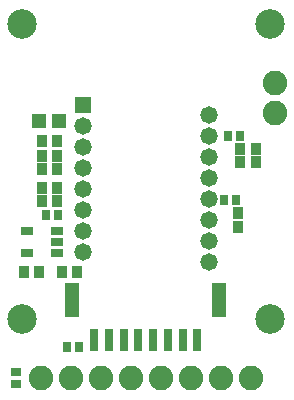
<source format=gbr>
G04 EAGLE Gerber RS-274X export*
G75*
%MOMM*%
%FSLAX34Y34*%
%LPD*%
%INSoldermask Top*%
%IPPOS*%
%AMOC8*
5,1,8,0,0,1.08239X$1,22.5*%
G01*
G04 Define Apertures*
%ADD10C,2.503200*%
%ADD11R,1.303200X1.203200*%
%ADD12R,0.903200X1.103200*%
%ADD13C,2.082800*%
%ADD14R,0.803200X0.903200*%
%ADD15R,1.473200X1.473200*%
%ADD16C,1.473200*%
%ADD17R,1.003300X0.660400*%
%ADD18R,0.803200X1.903200*%
%ADD19R,1.203200X3.003200*%
%ADD20R,0.943200X1.128200*%
%ADD21R,0.903200X0.803200*%
D10*
X-105000Y-125000D03*
X105000Y-125000D03*
X105000Y125000D03*
X-105000Y125000D03*
D11*
X-73130Y42560D03*
X-90130Y42560D03*
D12*
X-75130Y26050D03*
X-88130Y26050D03*
X-75130Y-25210D03*
X-88130Y-25210D03*
X-75130Y-13780D03*
X-88130Y-13780D03*
X-71270Y-84918D03*
X-58270Y-84918D03*
X-90114Y-84818D03*
X-103114Y-84818D03*
X-75130Y1920D03*
X-88130Y1920D03*
X-75130Y13350D03*
X-88130Y13350D03*
D13*
X-88900Y-175000D03*
X-63500Y-175000D03*
X-38100Y-175000D03*
X-12700Y-175000D03*
X12700Y-175000D03*
X38100Y-175000D03*
X63500Y-175000D03*
X88900Y-175000D03*
D14*
X-84286Y-37028D03*
X-74286Y-37028D03*
D15*
X-53594Y56642D03*
D16*
X-53594Y38842D03*
X-53594Y21042D03*
X-53594Y3242D03*
X-53594Y-14558D03*
X-53594Y-32358D03*
X-53594Y-50158D03*
X-53594Y-67958D03*
X53340Y47752D03*
X53340Y29952D03*
X53340Y12152D03*
X53340Y-5648D03*
X53340Y-23448D03*
X53340Y-41248D03*
X53340Y-59048D03*
X53340Y-76848D03*
D17*
X-75170Y-69346D03*
X-75170Y-59846D03*
X-75170Y-50346D03*
X-100696Y-50346D03*
X-100696Y-69346D03*
D14*
X69470Y30346D03*
X79470Y30346D03*
X-66374Y-148500D03*
X-56374Y-148500D03*
D12*
X79970Y7780D03*
X92970Y7780D03*
X79946Y19322D03*
X92946Y19322D03*
D14*
X66021Y-24177D03*
X76021Y-24177D03*
D18*
X6250Y-142656D03*
X18750Y-142656D03*
X31250Y-142656D03*
X43750Y-142656D03*
X-6250Y-142656D03*
X-18750Y-142656D03*
X-31250Y-142656D03*
X-43750Y-142656D03*
D19*
X62250Y-109156D03*
X-62250Y-109156D03*
D13*
X109602Y74768D03*
X109602Y49368D03*
D20*
X78245Y-35000D03*
X78245Y-47000D03*
D21*
X-110000Y-180000D03*
X-110000Y-170000D03*
M02*

</source>
